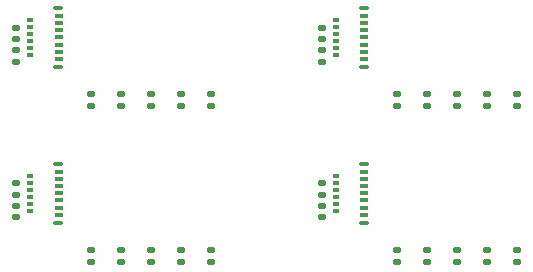
<source format=gtp>
%TF.GenerationSoftware,KiCad,Pcbnew,8.0.4*%
%TF.CreationDate,2024-08-23T09:14:10-06:00*%
%TF.ProjectId,SparkFun_BMV080_panelized_v01b,53706172-6b46-4756-9e5f-424d56303830,v01*%
%TF.SameCoordinates,Original*%
%TF.FileFunction,Paste,Top*%
%TF.FilePolarity,Positive*%
%FSLAX46Y46*%
G04 Gerber Fmt 4.6, Leading zero omitted, Abs format (unit mm)*
G04 Created by KiCad (PCBNEW 8.0.4) date 2024-08-23 09:14:10*
%MOMM*%
%LPD*%
G01*
G04 APERTURE LIST*
G04 Aperture macros list*
%AMRoundRect*
0 Rectangle with rounded corners*
0 $1 Rounding radius*
0 $2 $3 $4 $5 $6 $7 $8 $9 X,Y pos of 4 corners*
0 Add a 4 corners polygon primitive as box body*
4,1,4,$2,$3,$4,$5,$6,$7,$8,$9,$2,$3,0*
0 Add four circle primitives for the rounded corners*
1,1,$1+$1,$2,$3*
1,1,$1+$1,$4,$5*
1,1,$1+$1,$6,$7*
1,1,$1+$1,$8,$9*
0 Add four rect primitives between the rounded corners*
20,1,$1+$1,$2,$3,$4,$5,0*
20,1,$1+$1,$4,$5,$6,$7,0*
20,1,$1+$1,$6,$7,$8,$9,0*
20,1,$1+$1,$8,$9,$2,$3,0*%
G04 Aperture macros list end*
%ADD10RoundRect,0.135000X0.185000X-0.135000X0.185000X0.135000X-0.185000X0.135000X-0.185000X-0.135000X0*%
%ADD11RoundRect,0.037500X0.322500X-0.087500X0.322500X0.087500X-0.322500X0.087500X-0.322500X-0.087500X0*%
%ADD12RoundRect,0.037500X0.222500X-0.087500X0.222500X0.087500X-0.222500X0.087500X-0.222500X-0.087500X0*%
%ADD13RoundRect,0.045000X0.380000X-0.105000X0.380000X0.105000X-0.380000X0.105000X-0.380000X-0.105000X0*%
%ADD14RoundRect,0.140000X-0.170000X0.140000X-0.170000X-0.140000X0.170000X-0.140000X0.170000X0.140000X0*%
%ADD15RoundRect,0.140000X0.170000X-0.140000X0.170000X0.140000X-0.170000X0.140000X-0.170000X-0.140000X0*%
G04 APERTURE END LIST*
D10*
%TO.C,R3*%
X45450000Y23100000D03*
X45450000Y24120000D03*
%TD*%
%TO.C,R4*%
X24630000Y23100000D03*
X24630000Y24120000D03*
%TD*%
%TO.C,R5*%
X48020000Y23100000D03*
X48020000Y24120000D03*
%TD*%
D11*
%TO.C,U1*%
X11725000Y30740000D03*
D12*
X9295000Y30440000D03*
D11*
X11725000Y30140000D03*
D12*
X9295000Y29840000D03*
D11*
X11725000Y29540000D03*
D12*
X9295000Y29240000D03*
D11*
X11725000Y28940000D03*
D12*
X9295000Y28640000D03*
D11*
X11725000Y28340000D03*
D12*
X9295000Y28040000D03*
D11*
X11725000Y27740000D03*
D12*
X9295000Y27440000D03*
D11*
X11725000Y27140000D03*
D13*
X11660000Y26430000D03*
X11660000Y31450000D03*
%TD*%
D10*
%TO.C,R4*%
X50530000Y23100000D03*
X50530000Y24120000D03*
%TD*%
%TO.C,R2*%
X40370000Y23100000D03*
X40370000Y24120000D03*
%TD*%
D14*
%TO.C,C2*%
X34050000Y14660000D03*
X34050000Y13700000D03*
%TD*%
D10*
%TO.C,R2*%
X14470000Y23100000D03*
X14470000Y24120000D03*
%TD*%
D14*
%TO.C,C2*%
X34050000Y27860000D03*
X34050000Y26900000D03*
%TD*%
D10*
%TO.C,R1*%
X17010000Y9900000D03*
X17010000Y10920000D03*
%TD*%
%TO.C,R2*%
X14470000Y9900000D03*
X14470000Y10920000D03*
%TD*%
D15*
%TO.C,C1*%
X8150000Y28820000D03*
X8150000Y29780000D03*
%TD*%
D10*
%TO.C,R4*%
X24630000Y9900000D03*
X24630000Y10920000D03*
%TD*%
D11*
%TO.C,U1*%
X37625000Y17540000D03*
D12*
X35195000Y17240000D03*
D11*
X37625000Y16940000D03*
D12*
X35195000Y16640000D03*
D11*
X37625000Y16340000D03*
D12*
X35195000Y16040000D03*
D11*
X37625000Y15740000D03*
D12*
X35195000Y15440000D03*
D11*
X37625000Y15140000D03*
D12*
X35195000Y14840000D03*
D11*
X37625000Y14540000D03*
D12*
X35195000Y14240000D03*
D11*
X37625000Y13940000D03*
D13*
X37560000Y13230000D03*
X37560000Y18250000D03*
%TD*%
D11*
%TO.C,U1*%
X37625000Y30740000D03*
D12*
X35195000Y30440000D03*
D11*
X37625000Y30140000D03*
D12*
X35195000Y29840000D03*
D11*
X37625000Y29540000D03*
D12*
X35195000Y29240000D03*
D11*
X37625000Y28940000D03*
D12*
X35195000Y28640000D03*
D11*
X37625000Y28340000D03*
D12*
X35195000Y28040000D03*
D11*
X37625000Y27740000D03*
D12*
X35195000Y27440000D03*
D11*
X37625000Y27140000D03*
D13*
X37560000Y26430000D03*
X37560000Y31450000D03*
%TD*%
D10*
%TO.C,R1*%
X42910000Y23100000D03*
X42910000Y24120000D03*
%TD*%
%TO.C,R1*%
X17010000Y23100000D03*
X17010000Y24120000D03*
%TD*%
%TO.C,R2*%
X40370000Y9900000D03*
X40370000Y10920000D03*
%TD*%
%TO.C,R1*%
X42910000Y9900000D03*
X42910000Y10920000D03*
%TD*%
D15*
%TO.C,C1*%
X8150000Y15620000D03*
X8150000Y16580000D03*
%TD*%
D10*
%TO.C,R5*%
X22120000Y9900000D03*
X22120000Y10920000D03*
%TD*%
%TO.C,R5*%
X48020000Y9900000D03*
X48020000Y10920000D03*
%TD*%
%TO.C,R3*%
X45450000Y9900000D03*
X45450000Y10920000D03*
%TD*%
%TO.C,R3*%
X19550000Y23100000D03*
X19550000Y24120000D03*
%TD*%
D11*
%TO.C,U1*%
X11725000Y17540000D03*
D12*
X9295000Y17240000D03*
D11*
X11725000Y16940000D03*
D12*
X9295000Y16640000D03*
D11*
X11725000Y16340000D03*
D12*
X9295000Y16040000D03*
D11*
X11725000Y15740000D03*
D12*
X9295000Y15440000D03*
D11*
X11725000Y15140000D03*
D12*
X9295000Y14840000D03*
D11*
X11725000Y14540000D03*
D12*
X9295000Y14240000D03*
D11*
X11725000Y13940000D03*
D13*
X11660000Y13230000D03*
X11660000Y18250000D03*
%TD*%
D10*
%TO.C,R3*%
X19550000Y9900000D03*
X19550000Y10920000D03*
%TD*%
%TO.C,R4*%
X50530000Y9900000D03*
X50530000Y10920000D03*
%TD*%
D15*
%TO.C,C1*%
X34050000Y15620000D03*
X34050000Y16580000D03*
%TD*%
%TO.C,C1*%
X34050000Y28820000D03*
X34050000Y29780000D03*
%TD*%
D10*
%TO.C,R5*%
X22120000Y23100000D03*
X22120000Y24120000D03*
%TD*%
D14*
%TO.C,C2*%
X8150000Y14660000D03*
X8150000Y13700000D03*
%TD*%
%TO.C,C2*%
X8150000Y27860000D03*
X8150000Y26900000D03*
%TD*%
M02*

</source>
